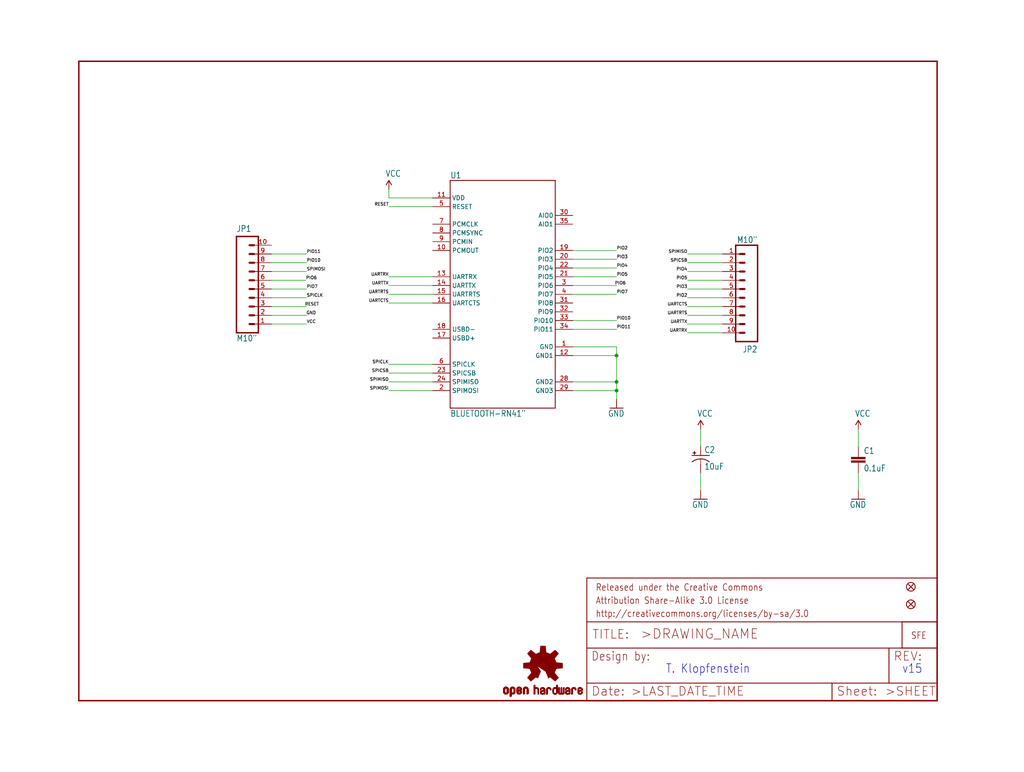
<source format=kicad_sch>
(kicad_sch (version 20211123) (generator eeschema)
  (paper "User" 297.002 223.926)
  (lib_symbols
    (symbol "eagleSchem-eagle-import:BLUETOOTH-RN41{dblquote}"
      (property "Value" "BLUETOOTH-RN41{dblquote}" (at -15.24 -35.56 0))
      (symbol "BLUETOOTH-RN41{dblquote}_1_0"
        (pin bidirectional line (at 20.32 -15.24 180) (length 5.08) (name "GND") (number "1"))
        (pin bidirectional line (at -20.32 12.7 0) (length 5.08) (name "PCMOUT") (number "10"))
        (pin bidirectional line (at -20.32 27.94 0) (length 5.08) (name "VDD") (number "11"))
        (pin bidirectional line (at 20.32 -17.78 180) (length 5.08) (name "GND1") (number "12"))
        (pin bidirectional line (at -20.32 5.08 0) (length 5.08) (name "UARTRX") (number "13"))
        (pin bidirectional line (at -20.32 2.54 0) (length 5.08) (name "UARTTX") (number "14"))
        (pin bidirectional line (at -20.32 0 0) (length 5.08) (name "UARTRTS") (number "15"))
        (pin bidirectional line (at -20.32 -2.54 0) (length 5.08) (name "UARTCTS") (number "16"))
        (pin bidirectional line (at -20.32 -12.7 0) (length 5.08) (name "USBD+") (number "17"))
        (pin bidirectional line (at -20.32 -10.16 0) (length 5.08) (name "USBD-") (number "18"))
        (pin bidirectional line (at 20.32 12.7 180) (length 5.08) (name "PIO2") (number "19"))
        (pin bidirectional line (at -20.32 -27.94 0) (length 5.08) (name "SPIMOSI") (number "2"))
        (pin bidirectional line (at 20.32 10.16 180) (length 5.08) (name "PIO3") (number "20"))
        (pin bidirectional line (at 20.32 5.08 180) (length 5.08) (name "PIO5") (number "21"))
        (pin bidirectional line (at 20.32 7.62 180) (length 5.08) (name "PIO4") (number "22"))
        (pin bidirectional line (at -20.32 -22.86 0) (length 5.08) (name "SPICSB") (number "23"))
        (pin bidirectional line (at -20.32 -25.4 0) (length 5.08) (name "SPIMISO") (number "24"))
        (pin bidirectional line (at 20.32 -25.4 180) (length 5.08) (name "GND2") (number "28"))
        (pin bidirectional line (at 20.32 -27.94 180) (length 5.08) (name "GND3") (number "29"))
        (pin bidirectional line (at 20.32 2.54 180) (length 5.08) (name "PIO6") (number "3"))
        (pin bidirectional line (at 20.32 22.86 180) (length 5.08) (name "AIO0") (number "30"))
        (pin bidirectional line (at 20.32 -2.54 180) (length 5.08) (name "PIO8") (number "31"))
        (pin bidirectional line (at 20.32 -5.08 180) (length 5.08) (name "PIO9") (number "32"))
        (pin bidirectional line (at 20.32 -7.62 180) (length 5.08) (name "PIO10") (number "33"))
        (pin bidirectional line (at 20.32 -10.16 180) (length 5.08) (name "PIO11") (number "34"))
        (pin bidirectional line (at 20.32 20.32 180) (length 5.08) (name "AIO1") (number "35"))
        (pin bidirectional line (at 20.32 0 180) (length 5.08) (name "PIO7") (number "4"))
        (pin bidirectional line (at -20.32 25.4 0) (length 5.08) (name "RESET") (number "5"))
        (pin bidirectional line (at -20.32 -20.32 0) (length 5.08) (name "SPICLK") (number "6"))
        (pin bidirectional line (at -20.32 20.32 0) (length 5.08) (name "PCMCLK") (number "7"))
        (pin bidirectional line (at -20.32 17.78 0) (length 5.08) (name "PCMSYNC") (number "8"))
        (pin bidirectional line (at -20.32 15.24 0) (length 5.08) (name "PCMIN") (number "9"))
      )
    )
    (symbol "eagleSchem-eagle-import:CAP0603-CAP"
      (property "Reference" "C" (at 1.524 2.921 0))
      (property "Value" "CAP0603-CAP" (at 1.524 -2.159 0))
      (symbol "CAP0603-CAP_1_0"
        (pin passive line (at 0 5.08 270) (length 2.54) (name "1") (number "1"))
        (pin passive line (at 0 -2.54 90) (length 2.54) (name "2") (number "2"))
      )
    )
    (symbol "eagleSchem-eagle-import:CAP_POL1206"
      (property "Reference" "C" (at 1.016 0.635 0))
      (property "Value" "CAP_POL1206" (at 1.016 -4.191 0))
      (symbol "CAP_POL1206_1_0"
        (pin passive line (at 0 2.54 270) (length 2.54) (name "+") (number "A"))
        (pin passive line (at 0 -5.08 90) (length 2.54) (name "-") (number "C"))
      )
    )
    (symbol "eagleSchem-eagle-import:FIDUCIALUFIDUCIAL")
    (symbol "eagleSchem-eagle-import:FRAME-LETTER"
      (symbol "FRAME-LETTER_2_0"
        (text ">DRAWING_NAME" (at 15.494 17.78 0) (effects (font (size 2.7432 2.7432)) (justify left bottom)))
        (text ">LAST_DATE_TIME" (at 12.7 1.27 0) (effects (font (size 2.54 2.54)) (justify left bottom)))
        (text ">SHEET" (at 86.36 1.27 0) (effects (font (size 2.54 2.54)) (justify left bottom)))
        (text "Attribution Share-Alike 3.0 License" (at 2.54 27.94 0) (effects (font (size 1.9304 1.6408)) (justify left bottom)))
        (text "Date:" (at 1.27 1.27 0) (effects (font (size 2.54 2.54)) (justify left bottom)))
        (text "Design by:" (at 1.27 11.43 0) (effects (font (size 2.54 2.159)) (justify left bottom)))
        (text "http://creativecommons.org/licenses/by-sa/3.0" (at 2.54 24.13 0) (effects (font (size 1.9304 1.6408)) (justify left bottom)))
        (text "Released under the Creative Commons" (at 2.54 31.75 0) (effects (font (size 1.9304 1.6408)) (justify left bottom)))
        (text "REV:" (at 88.9 11.43 0) (effects (font (size 2.54 2.54)) (justify left bottom)))
        (text "Sheet:" (at 72.39 1.27 0) (effects (font (size 2.54 2.54)) (justify left bottom)))
        (text "TITLE:" (at 1.524 17.78 0) (effects (font (size 2.54 2.54)) (justify left bottom)))
      )
    )
    (symbol "eagleSchem-eagle-import:GND" (power)
      (property "Value" "GND" (at -2.54 -2.54 0))
      (symbol "GND_1_0"
        (pin power_in line (at 0 2.54 270) (length 2.54) (name "GND") (number "1"))
      )
    )
    (symbol "eagleSchem-eagle-import:LOGO-SFENEW"
      (symbol "LOGO-SFENEW_1_0"
        (text "SFE" (at 0 0 0) (effects (font (size 1.9304 1.6408)) (justify left bottom)))
      )
    )
    (symbol "eagleSchem-eagle-import:M10{dblquote}"
      (property "Reference" "JP" (at 0 8.89 0))
      (property "Value" "M10{dblquote}" (at 0 -22.86 0))
      (symbol "M10{dblquote}_1_0"
        (pin passive line (at 10.16 -17.78 180) (length 5.08) (name "1") (number "1"))
        (pin passive line (at 10.16 5.08 180) (length 5.08) (name "10") (number "10"))
        (pin passive line (at 10.16 -15.24 180) (length 5.08) (name "2") (number "2"))
        (pin passive line (at 10.16 -12.7 180) (length 5.08) (name "3") (number "3"))
        (pin passive line (at 10.16 -10.16 180) (length 5.08) (name "4") (number "4"))
        (pin passive line (at 10.16 -7.62 180) (length 5.08) (name "5") (number "5"))
        (pin passive line (at 10.16 -5.08 180) (length 5.08) (name "6") (number "6"))
        (pin passive line (at 10.16 -2.54 180) (length 5.08) (name "7") (number "7"))
        (pin passive line (at 10.16 0 180) (length 5.08) (name "8") (number "8"))
        (pin passive line (at 10.16 2.54 180) (length 5.08) (name "9") (number "9"))
      )
    )
    (symbol "eagleSchem-eagle-import:OSHW-LOGOS")
    (symbol "eagleSchem-eagle-import:VCC" (power)
      (property "Value" "VCC" (at -1.016 3.556 0))
      (symbol "VCC_1_0"
        (pin power_in line (at 0 0 90) (length 2.54) (name "VCC") (number "1"))
      )
    )
  )
  (junction (at 178.816 103.124))
  (junction (at 178.816 113.284))
  (junction (at 178.816 110.744))
  (wire (pts (xy 78.74 76.2) (xy 88.9 76.2)))
  (wire (pts (xy 166.116 110.744) (xy 178.816 110.744)))
  (wire (pts (xy 125.476 59.944) (xy 112.776 59.944)))
  (wire (pts (xy 166.116 82.804) (xy 178.816 82.804)))
  (wire (pts (xy 78.74 73.66) (xy 88.9 73.66)))
  (wire (pts (xy 209.55 86.36) (xy 199.39 86.36)))
  (wire (pts (xy 166.116 85.344) (xy 178.816 85.344)))
  (wire (pts (xy 209.55 83.82) (xy 199.39 83.82)))
  (wire (pts (xy 78.74 78.74) (xy 88.9 78.74)))
  (wire (pts (xy 125.476 105.664) (xy 112.776 105.664)))
  (wire (pts (xy 178.816 100.584) (xy 178.816 103.124)))
  (wire (pts (xy 166.116 80.264) (xy 178.816 80.264)))
  (wire (pts (xy 78.74 93.98) (xy 88.9 93.98)))
  (wire (pts (xy 178.816 110.744) (xy 178.816 113.284)))
  (wire (pts (xy 166.116 95.504) (xy 178.816 95.504)))
  (wire (pts (xy 248.92 137.16) (xy 248.92 142.24)))
  (wire (pts (xy 78.74 91.44) (xy 88.9 91.44)))
  (wire (pts (xy 209.55 76.2) (xy 199.39 76.2)))
  (wire (pts (xy 178.816 113.284) (xy 178.816 115.824)))
  (wire (pts (xy 166.116 103.124) (xy 178.816 103.124)))
  (wire (pts (xy 112.776 57.404) (xy 112.776 54.864)))
  (wire (pts (xy 209.55 91.44) (xy 199.39 91.44)))
  (wire (pts (xy 166.116 100.584) (xy 178.816 100.584)))
  (wire (pts (xy 166.116 75.184) (xy 178.816 75.184)))
  (wire (pts (xy 166.116 113.284) (xy 178.816 113.284)))
  (wire (pts (xy 248.92 124.46) (xy 248.92 129.54)))
  (wire (pts (xy 203.2 124.46) (xy 203.2 129.54)))
  (wire (pts (xy 125.476 87.884) (xy 112.776 87.884)))
  (wire (pts (xy 125.476 113.284) (xy 112.776 113.284)))
  (wire (pts (xy 78.74 83.82) (xy 88.9 83.82)))
  (wire (pts (xy 166.116 92.964) (xy 178.816 92.964)))
  (wire (pts (xy 125.476 57.404) (xy 112.776 57.404)))
  (wire (pts (xy 78.74 81.28) (xy 88.6714 81.28)))
  (wire (pts (xy 209.55 81.28) (xy 199.39 81.28)))
  (wire (pts (xy 209.55 88.9) (xy 199.39 88.9)))
  (wire (pts (xy 125.476 108.204) (xy 112.776 108.204)))
  (wire (pts (xy 209.55 96.52) (xy 199.39 96.52)))
  (wire (pts (xy 125.476 85.344) (xy 112.776 85.344)))
  (wire (pts (xy 209.55 78.74) (xy 199.39 78.74)))
  (wire (pts (xy 209.55 93.98) (xy 199.39 93.98)))
  (wire (pts (xy 166.116 72.644) (xy 178.816 72.644)))
  (wire (pts (xy 178.816 103.124) (xy 178.816 110.744)))
  (wire (pts (xy 78.74 86.36) (xy 88.9 86.36)))
  (wire (pts (xy 125.476 110.744) (xy 112.776 110.744)))
  (wire (pts (xy 78.74 88.9) (xy 88.9 88.9)))
  (wire (pts (xy 125.476 82.804) (xy 112.776 82.804)))
  (wire (pts (xy 166.116 77.724) (xy 178.816 77.724)))
  (wire (pts (xy 209.55 73.66) (xy 199.39 73.66)))
  (wire (pts (xy 203.2 137.16) (xy 203.2 142.24)))
  (wire (pts (xy 125.476 80.264) (xy 112.776 80.264)))
  (text "T. Klopfenstein" (at 193.04 195.58 180) (effects (font (size 2.54 2.159)) (justify left bottom)))
  (text "v15" (at 261.62 195.58 180) (effects (font (size 2.54 2.159)) (justify left bottom)))
  (label "UARTRX" (at 199.39 96.52 180) (effects (font (size 0.889 0.889))))
  (label "UARTCTS" (at 199.39 88.9 180) (effects (font (size 0.889 0.889))))
  (label "PIO3" (at 178.816 75.184 0) (effects (font (size 0.889 0.889))))
  (label "PIO4" (at 199.39 78.74 180) (effects (font (size 0.889 0.889))))
  (label "UARTRX" (at 112.776 80.264 180) (effects (font (size 0.889 0.889))))
  (label "UARTRTS" (at 112.776 85.344 180) (effects (font (size 0.889 0.889))))
  (label "RESET" (at 112.776 59.944 180) (effects (font (size 0.889 0.889))))
  (label "UARTCTS" (at 112.776 87.884 180) (effects (font (size 0.889 0.889))))
  (label "PIO5" (at 199.39 81.28 180) (effects (font (size 0.889 0.889))))
  (label "PIO3" (at 199.39 83.82 180) (effects (font (size 0.889 0.889))))
  (label "SPICSB" (at 112.776 108.204 180) (effects (font (size 0.889 0.889))))
  (label "PIO10" (at 88.9 76.2 0) (effects (font (size 0.889 0.889))))
  (label "SPIMISO" (at 112.776 110.744 180) (effects (font (size 0.889 0.889))))
  (label "PIO11" (at 178.816 95.504 0) (effects (font (size 0.889 0.889))))
  (label "PIO7" (at 88.9 83.82 0) (effects (font (size 0.889 0.889))))
  (label "SPIMISO" (at 199.39 73.66 180) (effects (font (size 0.889 0.889))))
  (label "UARTRTS" (at 199.39 91.44 180) (effects (font (size 0.889 0.889))))
  (label "SPICLK" (at 88.9 86.36 0) (effects (font (size 0.889 0.889))))
  (label "PIO6" (at 88.6714 81.28 0) (effects (font (size 0.889 0.889))))
  (label "PIO2" (at 199.39 86.36 180) (effects (font (size 0.889 0.889))))
  (label "PIO4" (at 178.816 77.724 0) (effects (font (size 0.889 0.889))))
  (label "RESET" (at 88.3666 88.9 0) (effects (font (size 0.889 0.889))))
  (label "GND" (at 88.7984 91.44 0) (effects (font (size 0.889 0.889))))
  (label "PIO7" (at 178.816 85.344 0) (effects (font (size 0.889 0.889))))
  (label "PIO6" (at 178.2572 82.804 0) (effects (font (size 0.889 0.889))))
  (label "SPIMOSI" (at 112.776 113.284 180) (effects (font (size 0.889 0.889))))
  (label "SPICSB" (at 199.39 76.2 180) (effects (font (size 0.889 0.889))))
  (label "PIO11" (at 88.9 73.66 0) (effects (font (size 0.889 0.889))))
  (label "PIO10" (at 178.816 92.964 0) (effects (font (size 0.889 0.889))))
  (label "UARTTX" (at 199.39 93.98 180) (effects (font (size 0.889 0.889))))
  (label "PIO5" (at 178.816 80.264 0) (effects (font (size 0.889 0.889))))
  (label "SPIMOSI" (at 88.9 78.74 0) (effects (font (size 0.889 0.889))))
  (label "PIO2" (at 178.816 72.644 0) (effects (font (size 0.889 0.889))))
  (label "SPICLK" (at 112.776 105.664 180) (effects (font (size 0.889 0.889))))
  (label "VCC" (at 88.9 93.98 0) (effects (font (size 0.889 0.889))))
  (label "UARTTX" (at 112.776 82.804 180) (effects (font (size 0.889 0.889))))
  (symbol (lib_id "eagleSchem-eagle-import:LOGO-SFENEW") (at 264.16 185.42 0) (unit 1)
    (property "Reference" "U$1" (effects hide))
    (property "Value" "LOGO-SFENEW" (effects hide))
    (property "Footprint" "eagleSchem:SFE-NEW-WEBLOGO" (effects hide))
  )
  (symbol (lib_id "eagleSchem-eagle-import:GND") (at 203.2 144.78 0) (unit 1)
    (property "Reference" "#GND3" (effects hide))
    (property "Value" "GND" (at 200.66 147.32 0) (effects (font (size 1.778 1.5113)) (justify left bottom)))
    (property "Footprint" "eagleSchem:" (effects hide))
  )
  (symbol (lib_id "eagleSchem-eagle-import:M10{dblquote}") (at 219.71 91.44 180) (unit 1)
    (property "Reference" "JP2" (at 219.71 100.33 0) (effects (font (size 1.778 1.5113)) (justify left bottom)))
    (property "Value" "M10{dblquote}" (at 219.71 68.58 0) (effects (font (size 1.778 1.5113)) (justify left bottom)))
    (property "Footprint" "eagleSchem:1X10" (effects hide))
  )
  (symbol (lib_id "eagleSchem-eagle-import:OSHW-LOGOS") (at 157.48 193.04 0) (unit 1)
    (property "Reference" "LOGO1" (effects hide))
    (property "Value" "OSHW-LOGOS" (effects hide))
    (property "Footprint" "eagleSchem:OSHW-LOGO-S" (effects hide))
  )
  (symbol (lib_id "eagleSchem-eagle-import:FRAME-LETTER") (at 170.18 203.2 0) (unit 2)
    (property "Reference" "FRAME1" (effects hide))
    (property "Value" "FRAME-LETTER" (effects hide))
    (property "Footprint" "eagleSchem:CREATIVE_COMMONS" (effects hide))
  )
  (symbol (lib_id "eagleSchem-eagle-import:CAP_POL1206") (at 203.2 132.08 0) (unit 1)
    (property "Reference" "C2" (at 204.216 131.445 0) (effects (font (size 1.778 1.5113)) (justify left bottom)))
    (property "Value" "10uF" (at 204.216 136.271 0) (effects (font (size 1.778 1.5113)) (justify left bottom)))
    (property "Footprint" "eagleSchem:EIA3216" (effects hide))
  )
  (symbol (lib_id "eagleSchem-eagle-import:GND") (at 178.816 118.364 0) (unit 1)
    (property "Reference" "#GND1" (effects hide))
    (property "Value" "GND" (at 176.276 120.904 0) (effects (font (size 1.778 1.5113)) (justify left bottom)))
    (property "Footprint" "eagleSchem:" (effects hide))
  )
  (symbol (lib_id "eagleSchem-eagle-import:VCC") (at 203.2 124.46 0) (unit 1)
    (property "Reference" "#P+2" (effects hide))
    (property "Value" "VCC" (at 202.184 120.904 0) (effects (font (size 1.778 1.5113)) (justify left bottom)))
    (property "Footprint" "eagleSchem:" (effects hide))
  )
  (symbol (lib_id "eagleSchem-eagle-import:FRAME-LETTER") (at 22.86 203.2 0) (unit 1)
    (property "Reference" "FRAME1" (effects hide))
    (property "Value" "FRAME-LETTER" (effects hide))
    (property "Footprint" "eagleSchem:CREATIVE_COMMONS" (effects hide))
  )
  (symbol (lib_id "eagleSchem-eagle-import:M10{dblquote}") (at 68.58 76.2 0) (unit 1)
    (property "Reference" "JP1" (at 68.58 67.31 0) (effects (font (size 1.778 1.5113)) (justify left bottom)))
    (property "Value" "M10{dblquote}" (at 68.58 99.06 0) (effects (font (size 1.778 1.5113)) (justify left bottom)))
    (property "Footprint" "eagleSchem:1X10" (effects hide))
  )
  (symbol (lib_id "eagleSchem-eagle-import:CAP0603-CAP") (at 248.92 134.62 0) (unit 1)
    (property "Reference" "C1" (at 250.444 131.699 0) (effects (font (size 1.778 1.5113)) (justify left bottom)))
    (property "Value" "0.1uF" (at 250.444 136.779 0) (effects (font (size 1.778 1.5113)) (justify left bottom)))
    (property "Footprint" "eagleSchem:0603-CAP" (effects hide))
  )
  (symbol (lib_id "eagleSchem-eagle-import:FIDUCIALUFIDUCIAL") (at 264.16 175.26 0) (unit 1)
    (property "Reference" "FID2" (effects hide))
    (property "Value" "FIDUCIALUFIDUCIAL" (effects hide))
    (property "Footprint" "eagleSchem:MICRO-FIDUCIAL" (effects hide))
  )
  (symbol (lib_id "eagleSchem-eagle-import:GND") (at 248.92 144.78 0) (unit 1)
    (property "Reference" "#GND2" (effects hide))
    (property "Value" "GND" (at 246.38 147.32 0) (effects (font (size 1.778 1.5113)) (justify left bottom)))
    (property "Footprint" "eagleSchem:" (effects hide))
  )
  (symbol (lib_id "eagleSchem-eagle-import:VCC") (at 248.92 124.46 0) (unit 1)
    (property "Reference" "#P+1" (effects hide))
    (property "Value" "VCC" (at 247.904 120.904 0) (effects (font (size 1.778 1.5113)) (justify left bottom)))
    (property "Footprint" "eagleSchem:" (effects hide))
  )
  (symbol (lib_id "eagleSchem-eagle-import:FIDUCIALUFIDUCIAL") (at 264.16 170.18 0) (unit 1)
    (property "Reference" "FID1" (effects hide))
    (property "Value" "FIDUCIALUFIDUCIAL" (effects hide))
    (property "Footprint" "eagleSchem:MICRO-FIDUCIAL" (effects hide))
  )
  (symbol (lib_id "eagleSchem-eagle-import:VCC") (at 112.776 54.864 0) (unit 1)
    (property "Reference" "#P+3" (effects hide))
    (property "Value" "VCC" (at 111.76 51.308 0) (effects (font (size 1.778 1.5113)) (justify left bottom)))
    (property "Footprint" "eagleSchem:" (effects hide))
  )
  (symbol (lib_id "eagleSchem-eagle-import:BLUETOOTH-RN41{dblquote}") (at 145.796 85.344 0) (unit 1)
    (property "Reference" "U1" (at 130.556 51.816 0) (effects (font (size 1.778 1.5113)) (justify left bottom)))
    (property "Value" "BLUETOOTH-RN41{dblquote}" (at 130.556 120.904 0) (effects (font (size 1.778 1.5113)) (justify left bottom)))
    (property "Footprint" "eagleSchem:RN41" (effects hide))
  )
)
</source>
